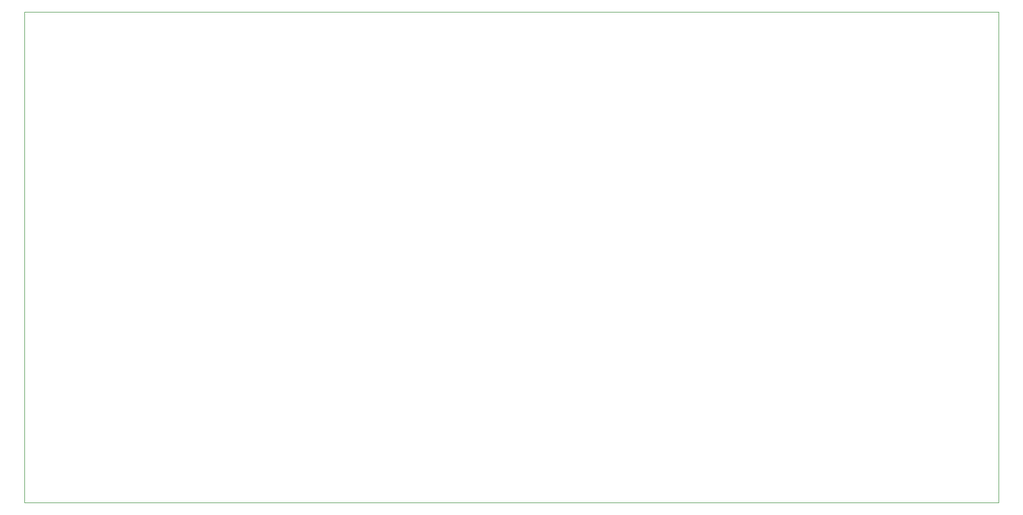
<source format=gbr>
G04*
G04 #@! TF.GenerationSoftware,Altium Limited,Altium Designer,22.4.2 (48)*
G04*
G04 Layer_Color=0*
%FSLAX25Y25*%
%MOIN*%
G70*
G04*
G04 #@! TF.SameCoordinates,2971098F-D652-4CA7-83C6-057752F44447*
G04*
G04*
G04 #@! TF.FilePolarity,Positive*
G04*
G01*
G75*
%ADD102C,0.00100*%
D102*
X0Y0D02*
X625000D01*
Y315000D01*
X0D01*
Y0D01*
M02*

</source>
